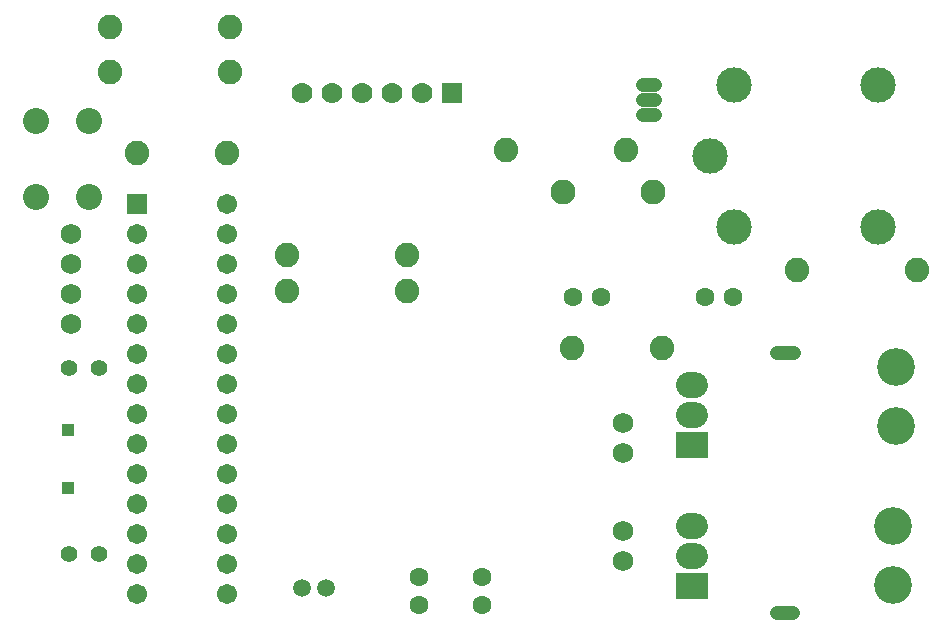
<source format=gts>
G04 ---------------------------- Layer name :TOP SOLDER LAYER*
G04 EasyEDA v5.8.20, Sat, 24 Nov 2018 05:51:01 GMT*
G04 e67e47d913b1430cad7dbea7a16fc948*
G04 Gerber Generator version 0.2*
G04 Scale: 100 percent, Rotated: No, Reflected: No *
G04 Dimensions in inches *
G04 leading zeros omitted , absolute positions ,2 integer and 4 decimal *
%FSLAX24Y24*%
%MOIN*%
G90*
G70D02*

%ADD42C,0.086740*%
%ADD43C,0.047370*%
%ADD44C,0.067055*%
%ADD45R,0.067055X0.067055*%
%ADD46R,0.106425X0.086740*%
%ADD47C,0.082000*%
%ADD48R,0.043700X0.043700*%
%ADD49C,0.055000*%
%ADD50C,0.083000*%
%ADD51C,0.118000*%
%ADD52C,0.126110*%
%ADD53C,0.063120*%
%ADD54C,0.068000*%
%ADD55C,0.059181*%
%ADD56C,0.070000*%
%ADD57R,0.070000X0.070000*%

%LPD*%
G54D42*
G01X22602Y9750D02*
G01X22797Y9750D01*
G01X22602Y8750D02*
G01X22797Y8750D01*
G01X22602Y5050D02*
G01X22797Y5050D01*
G01X22602Y4050D02*
G01X22797Y4050D01*
G54D43*
G01X21052Y18750D02*
G01X21447Y18750D01*
G01X21052Y19250D02*
G01X21447Y19250D01*
G01X21052Y19750D02*
G01X21447Y19750D01*
G01X25525Y10827D02*
G01X26076Y10827D01*
G01X25523Y2172D02*
G01X26074Y2172D01*
G54D44*
G01X7200Y2800D03*
G01X7200Y3800D03*
G01X7200Y4800D03*
G01X7200Y5800D03*
G01X7200Y6800D03*
G01X7200Y7800D03*
G01X7200Y8800D03*
G01X7200Y9800D03*
G01X7200Y10800D03*
G01X7200Y11800D03*
G01X7200Y12800D03*
G01X7200Y13800D03*
G01X7200Y14800D03*
G01X7200Y15800D03*
G01X4200Y2800D03*
G01X4200Y3800D03*
G01X4200Y4800D03*
G01X4200Y5800D03*
G01X4200Y6800D03*
G01X4200Y7800D03*
G01X4200Y8800D03*
G01X4200Y9800D03*
G01X4200Y10800D03*
G01X4200Y11800D03*
G01X4200Y12800D03*
G01X4200Y13800D03*
G01X4200Y14800D03*
G54D45*
G01X4200Y15800D03*
G54D46*
G01X22700Y7750D03*
G01X22700Y3050D03*
G54D47*
G01X4200Y17500D03*
G01X7200Y17500D03*
G54D48*
G01X1900Y8259D03*
G01X1900Y6339D03*
G54D49*
G01X2909Y10330D03*
G01X1909Y10330D03*
G01X2909Y4130D03*
G01X1909Y4130D03*
G54D47*
G01X16500Y17600D03*
G01X20500Y17600D03*
G54D50*
G01X21400Y16200D03*
G01X18400Y16200D03*
G54D51*
G01X28890Y15038D03*
G01X23300Y17400D03*
G01X24086Y19761D03*
G01X24086Y15038D03*
G01X28890Y19761D03*
G54D52*
G01X29500Y8400D03*
G01X29500Y10367D03*
G54D53*
G01X18727Y12700D03*
G01X19672Y12700D03*
G54D47*
G01X18700Y11000D03*
G01X21700Y11000D03*
G54D54*
G01X20400Y4900D03*
G01X20400Y3900D03*
G01X20400Y8500D03*
G01X20400Y7500D03*
G54D53*
G01X24072Y12700D03*
G01X23127Y12700D03*
G54D47*
G01X26200Y13600D03*
G01X30200Y13600D03*
G54D55*
G01X9706Y3000D03*
G01X10493Y3000D03*
G54D56*
G01X9700Y19500D03*
G01X10700Y19500D03*
G01X11700Y19500D03*
G01X12700Y19500D03*
G01X13700Y19500D03*
G54D57*
G01X14700Y19500D03*
G54D47*
G01X7300Y20200D03*
G01X3300Y20200D03*
G54D54*
G01X2000Y14800D03*
G01X2000Y13800D03*
G01X2000Y12800D03*
G01X2000Y11800D03*
G54D52*
G01X29400Y3100D03*
G01X29400Y5067D03*
G54D53*
G01X13600Y3373D03*
G01X13600Y2426D03*
G01X15700Y3373D03*
G01X15700Y2426D03*
G54D47*
G01X9200Y14100D03*
G01X13200Y14100D03*
G01X9200Y12900D03*
G01X13200Y12900D03*
G01X3300Y21700D03*
G01X7300Y21700D03*
G54D42*
G01X814Y18579D03*
G01X814Y16020D03*
G01X2585Y16020D03*
G01X2585Y18579D03*
M00*
M02*

</source>
